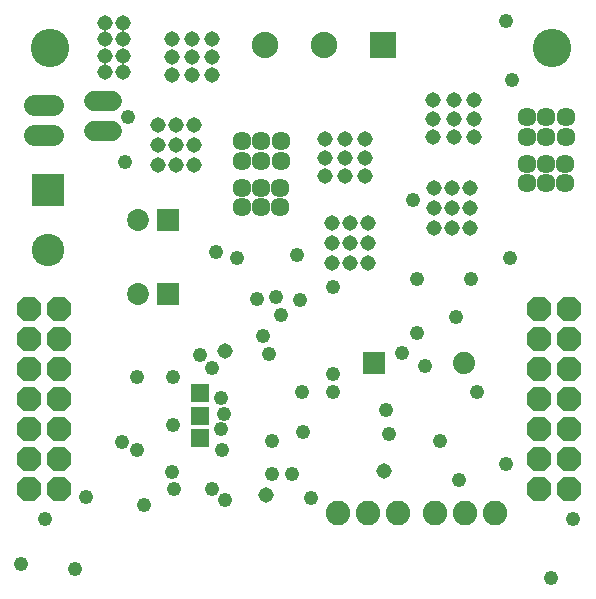
<source format=gbs>
G75*
G70*
%OFA0B0*%
%FSLAX24Y24*%
%IPPOS*%
%LPD*%
%AMOC8*
5,1,8,0,0,1.08239X$1,22.5*
%
%ADD10C,0.0680*%
%ADD11R,0.1080X0.1080*%
%ADD12C,0.1080*%
%ADD13C,0.0740*%
%ADD14R,0.0730X0.0730*%
%ADD15OC8,0.0820*%
%ADD16C,0.0714*%
%ADD17R,0.0635X0.0635*%
%ADD18C,0.0517*%
%ADD19C,0.0730*%
%ADD20C,0.0635*%
%ADD21C,0.1280*%
%ADD22C,0.0820*%
%ADD23R,0.0880X0.0880*%
%ADD24C,0.0880*%
%ADD25C,0.0477*%
%ADD26C,0.0516*%
D10*
X005404Y015920D02*
X006004Y015920D01*
X006004Y016920D02*
X005404Y016920D01*
D11*
X003894Y013970D03*
D12*
X003894Y011970D03*
D13*
X017744Y008200D03*
D14*
X014744Y008200D03*
X007894Y010500D03*
X007894Y012961D03*
D15*
X004244Y010000D03*
X003244Y010000D03*
X003244Y009000D03*
X003244Y008000D03*
X003244Y007000D03*
X003244Y006000D03*
X003244Y005000D03*
X003244Y004000D03*
X004244Y004000D03*
X004244Y005000D03*
X004244Y006000D03*
X004244Y007000D03*
X004244Y008000D03*
X004244Y009000D03*
X020244Y009000D03*
X020244Y008000D03*
X020244Y007000D03*
X020244Y006000D03*
X020244Y005000D03*
X020244Y004000D03*
X021244Y004000D03*
X021244Y005000D03*
X021244Y006000D03*
X021244Y007000D03*
X021244Y008000D03*
X021244Y009000D03*
X021244Y010000D03*
X020244Y010000D03*
D16*
X004061Y015800D02*
X003427Y015800D01*
X003427Y016800D02*
X004061Y016800D01*
D17*
X008944Y007200D03*
X008944Y006450D03*
X008944Y005700D03*
D18*
X013333Y011536D03*
X013944Y011536D03*
X014556Y011536D03*
X014556Y012209D03*
X013944Y012209D03*
X013333Y012209D03*
X013333Y012881D03*
X013944Y012881D03*
X014556Y012881D03*
X014458Y014438D03*
X014458Y015050D03*
X013786Y015050D03*
X013786Y014438D03*
X013113Y014438D03*
X013113Y015050D03*
X013113Y015662D03*
X013786Y015662D03*
X014458Y015662D03*
X016731Y015738D03*
X016731Y016350D03*
X017403Y016350D03*
X017403Y015738D03*
X018075Y015738D03*
X018075Y016350D03*
X018075Y016962D03*
X017403Y016962D03*
X016731Y016962D03*
X016733Y014031D03*
X017344Y014031D03*
X017956Y014031D03*
X017956Y013359D03*
X017956Y012686D03*
X017344Y012686D03*
X016733Y012686D03*
X016733Y013359D03*
X017344Y013359D03*
X009358Y017788D03*
X009358Y018400D03*
X009358Y019012D03*
X008686Y019012D03*
X008686Y018400D03*
X008686Y017788D03*
X008013Y017788D03*
X008013Y018400D03*
X008013Y019012D03*
X008144Y016131D03*
X008756Y016131D03*
X008756Y015459D03*
X008144Y015459D03*
X007533Y015459D03*
X007533Y016131D03*
X007533Y014786D03*
X008144Y014786D03*
X008756Y014786D03*
D19*
X006894Y012961D03*
X006894Y010500D03*
D20*
X010344Y013400D03*
X010344Y014050D03*
X010994Y014050D03*
X010994Y013400D03*
X011624Y013390D03*
X011624Y014050D03*
X011644Y014950D03*
X011644Y015600D03*
X010994Y015600D03*
X010344Y015600D03*
X010344Y014950D03*
X010994Y014950D03*
X019844Y014850D03*
X019844Y014200D03*
X020494Y014200D03*
X021124Y014190D03*
X021124Y014850D03*
X020494Y014850D03*
X020494Y015750D03*
X020494Y016400D03*
X021144Y016400D03*
X021144Y015750D03*
X019844Y015750D03*
X019844Y016400D03*
D21*
X020694Y018700D03*
X003944Y018700D03*
D22*
X013544Y003200D03*
X014544Y003200D03*
X015544Y003200D03*
X016794Y003200D03*
X017794Y003200D03*
X018794Y003200D03*
D23*
X015044Y018800D03*
D24*
X013076Y018800D03*
X011107Y018800D03*
D25*
X002994Y001500D03*
X003794Y003000D03*
X005144Y003750D03*
X006844Y005300D03*
X006344Y005580D03*
X008044Y006150D03*
X008024Y004580D03*
X008094Y004000D03*
X007081Y003479D03*
X004794Y001350D03*
X009344Y004000D03*
X009794Y003650D03*
X009694Y005300D03*
X009654Y006000D03*
X009754Y006510D03*
X009644Y007050D03*
X009354Y008020D03*
X008964Y008460D03*
X008044Y007730D03*
X006844Y007750D03*
X010194Y011700D03*
X009494Y011900D03*
X010844Y010350D03*
X011494Y010400D03*
X011644Y009800D03*
X012294Y010300D03*
X013394Y010750D03*
X012194Y011800D03*
X011044Y009100D03*
X011244Y008500D03*
X012344Y007250D03*
X013394Y007250D03*
X013394Y007850D03*
X015144Y006650D03*
X015244Y005850D03*
X016944Y005600D03*
X017594Y004300D03*
X019144Y004850D03*
X018194Y007250D03*
X016444Y008100D03*
X015694Y008550D03*
X016194Y009200D03*
X017494Y009750D03*
X017994Y011000D03*
X019294Y011700D03*
X016194Y011000D03*
X016044Y013650D03*
X019344Y017650D03*
X019144Y019600D03*
X006544Y016400D03*
X006444Y014900D03*
X012394Y005900D03*
X011344Y005600D03*
X011344Y004500D03*
X012024Y004499D03*
X012644Y003700D03*
X020644Y001050D03*
X021394Y003000D03*
D26*
X015094Y004600D03*
X011144Y003800D03*
X009794Y008600D03*
X006394Y017900D03*
X006394Y018450D03*
X006394Y019000D03*
X006394Y019550D03*
X005794Y019550D03*
X005794Y019000D03*
X005794Y018450D03*
X005794Y017900D03*
M02*

</source>
